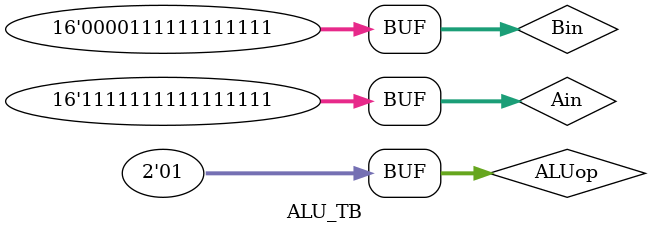
<source format=v>
/* BINARY MULTIPLEXER
  k bits wide
  a1 = 1
  a0 = 0 */
module multiplexer2 (a1, a0, s, b);
    parameter k = 16;
    input [k-1:0] a0, a1; //inputs
    input s; //binary select
    output reg [k-1:0] b;
    //Selects b equal to an a depending on input hot-code
    always @(*) begin
      case(s)
        1'b0: b = a0;
        1'b1: b = a1;
        default: b = {k{1'bx}};
      endcase
    end
endmodule

/* 4 INPUT MULTIPLEXER
    K-bits wide
    One-hot select */
module multiplexer4 (a3, a2, a1, a0, s, b);
  parameter k = 1;
  input [k-1:0] a0, a1, a2, a3; //inputs
  input [3:0] s; //one-hot select
  output reg [k-1:0] b;
  //Selects b equal to an a depending on input hot-code
  always @(*) begin
    case(s)
      4'b0001: b = a0;
      4'b0010: b = a1;
      4'b0100: b = a2;
      4'b1000: b = a3;
      default: b = {k{1'bx}};
    endcase
  end
endmodule

/* 3 INPUT MULTIPLEXER
    K-bits wide
    One-hot select */
module multiplexer3 (a2, a1, a0, s, b);
  parameter k = 1;
  input [k-1:0] a0, a1, a2; //inputs
  input [2:0] s; //one-hot select
  output reg [k-1:0] b;
  //Selects b equal to an a depending on input hot-code
  always @(*) begin
    case(s)
      3'b001: b = a0;
      3'b010: b = a1;
      3'b100: b = a2;
      default: b = {k{1'bx}};
    endcase
  end
endmodule

/* 8 INPUT MULTIPLEXER
    K-bits wide
    One-hot select */
module multiplexer8 (a7, a6, a5, a4, a3, a2, a1, a0, s, b);
  parameter k = 1;
  input [k-1:0] a0, a1, a2, a3, a4, a5, a6, a7; //inputs
  input [7:0] s; //one-hot select
  output reg [k-1:0] b;
  //Selects b equal to an a depending on input hot-code
  always @(*) begin
    case(s)
      8'b00000001: b = a0;
      8'b00000010: b = a1;
      8'b00000100: b = a2;
      8'b00001000: b = a3;
      8'b00010000: b = a4;
      8'b00100000: b = a5;
      8'b01000000: b = a6;
      8'b10000000: b = a7;
      default: b = {k{1'bx}};
    endcase
  end
endmodule

// register with load enable
module vDFFE(clk, en, in, out); 
  parameter n = 16; // width 
  input clk, en; 
  input [n-1:0] in; 
  output [n-1:0] out; 
  reg [n-1:0] out; 
  wire [n-1:0] next_out; 
  
  assign next_out = en ? in : out; 
  
  always @(posedge clk) 
    out = next_out; 
endmodule 
// register without load enable

module vDFF(clk, in, out);
  parameter n = 16; //width
  input clk;
  input [n-1:0] in;
  output [n-1:0] out;
  reg [n-1:0] out;
  wire [n-1:0] next_out;

  always @(posedge clk)
    out = next_out;
endmodule

/* BINARY TO ONE-HOT CODE DECODER 
    Converts Binary to a one-hot code
    m = width of binary bus
    n = width of one-hotcode bus
    m <= 2^n  */
module decoder(Binary_in, hotcode_out);
    parameter n = 3;
    parameter m = 8;

    input  [n-1:0] Binary_in;
    output [m-1:0] hotcode_out;

    wire [m-1:0] hotcode_out = 1 << Binary_in;
endmodule

/* SHIFTER 
  Shifts the bits in a 16 bit bus in a direction depending on the 'shift' input*/
module shifter16(in, shift, out);
    input [15:0] in;
    input [1:0] shift;  
    output reg [15:0] out;
    /*
    If shift == 00, nothing get's shifted
    If shift == 01, get's shifted 1 left, right-most bit is 0
    If shift == 10, get's shifted 1 right, right most bit is 0
    If shift == 11, get's shifted 1 right, right most bit privious value is copied
    */
    always @(*) begin
        case(shift)
          2'b00: out = in;
          2'b01: begin
                   out = in<<1;
                   out[0] = 1'b0;
                 end
          2'b10: begin
                   out = in>>1;
                   out[15] = 1'b0;
                 end
          2'b11: begin
                   out = in>>1;
                   out[15] = out[14];
                 end
        endcase
    end
endmodule

/* ALU
    Does arithmetic on two 16 bit input, depending on what ALUop input is*/
module ALU16(Ain, Bin, ALUop, out, status);
  input [15:0] Ain, Bin;
  input [1:0] ALUop;
  output reg [15:0] out;

  wire ovf;

  /*
  If status == 000 no status flags
  If status == 001 zero
  If status == 010 negative
  If status == 100 overflow
  */
  output reg [2:0] status;
  /*
  If ALUop == 00, add inputs
  If ALUop == 01, subtract inputs, CMP instruction
  If ALUop == 10, AND inputs
  If ALUop == 11, NOT b-input
  */
  always @(*) begin
    case(ALUop)
      2'b00: out = Ain + Bin;
      2'b01: out = Ain - Bin;
      2'b10: out = Ain & Bin;
      2'b11: out = ~Bin;
    endcase

    if(ALUop == 2'b01) begin
      if(out == 16'b0) status = 3'b001;
      if(out[15] == 1) status = 3'b010;
      if(Ain ^ Bin) status = 3'b100;
    end
  end
endmodule

// code from Dally section 10.3 - add a+b or subtract a-b, check for overflow
module AddSub(a,b,sub,s,ovf) ;
  parameter n=16;
  input [n-1:0] a, b ;
  input sub ; // subtract if sub=1, otherwise add
  output [n-1:0] s ;
  output ovf ; // 1 if overflow
  wire c1, c2 ; // carry out of last two bits
  wire ovf = c1 ^ c2 ; // overflow if signs don't match
  // add non sign bits
  assign {c1, s[n-2:0]} = a[n-2:0] + (b[n-2:0] ^ {n-1{sub}}) + sub ;
  // add sign bits
  assign {c2, s[n-1]} = a[n-1] + (b[n-1] ^ sub) + c1 ;
endmodule

module ALU_TB();
  reg[15:0] Ain, Bin;
  reg [1:0] ALUop;
  wire [15:0] out;
  wire [2:0] status;
  ALU16 dut(Ain, Bin, ALUop, out, status);
  initial begin
    Ain = 1;
    Bin = 0;
    ALUop = 0;
    #5;
    Ain = 0;
    Bin = 0;
    ALUop = 0;
    #5;
    Ain = 16'b1111111111111111;
    Bin = 16'b0000111111111111;
    ALUop = 2'b01;
    #5;
  end
endmodule
</source>
